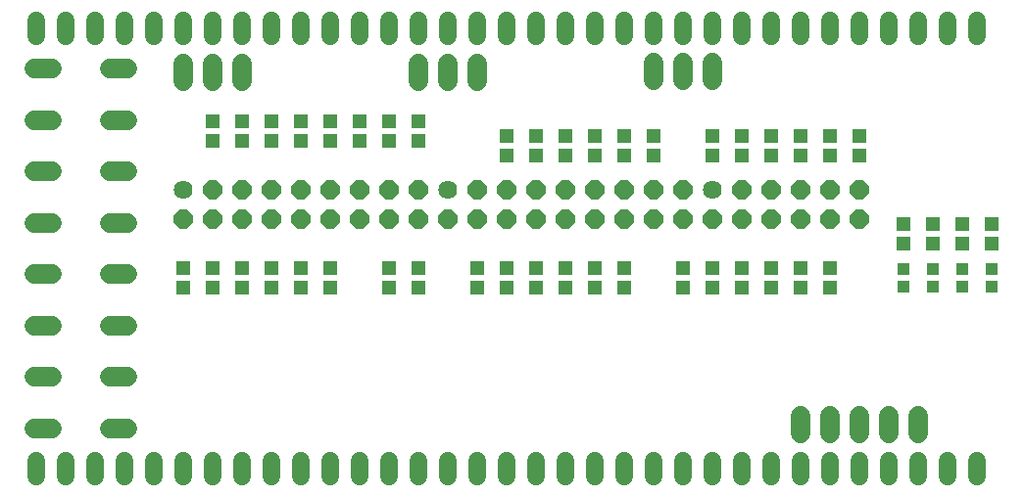
<source format=gts>
G75*
%MOIN*%
%OFA0B0*%
%FSLAX25Y25*%
%IPPOS*%
%LPD*%
%AMOC8*
5,1,8,0,0,1.08239X$1,22.5*
%
%ADD10C,0.06000*%
%ADD11C,0.06400*%
%ADD12OC8,0.06400*%
%ADD13R,0.05131X0.04737*%
%ADD14C,0.06800*%
%ADD15R,0.03950X0.03950*%
%ADD16R,0.05052X0.04934*%
D10*
X0017200Y0014600D02*
X0017200Y0019800D01*
X0027200Y0019800D02*
X0027200Y0014600D01*
X0037200Y0014600D02*
X0037200Y0019800D01*
X0047200Y0019800D02*
X0047200Y0014600D01*
X0057200Y0014600D02*
X0057200Y0019800D01*
X0067200Y0019800D02*
X0067200Y0014600D01*
X0077200Y0014600D02*
X0077200Y0019800D01*
X0087200Y0019800D02*
X0087200Y0014600D01*
X0097200Y0014600D02*
X0097200Y0019800D01*
X0107200Y0019800D02*
X0107200Y0014600D01*
X0117200Y0014600D02*
X0117200Y0019800D01*
X0127200Y0019800D02*
X0127200Y0014600D01*
X0137200Y0014600D02*
X0137200Y0019800D01*
X0147200Y0019800D02*
X0147200Y0014600D01*
X0157200Y0014600D02*
X0157200Y0019800D01*
X0167200Y0019800D02*
X0167200Y0014600D01*
X0177200Y0014600D02*
X0177200Y0019800D01*
X0187200Y0019800D02*
X0187200Y0014600D01*
X0197200Y0014600D02*
X0197200Y0019800D01*
X0207200Y0019800D02*
X0207200Y0014600D01*
X0217200Y0014600D02*
X0217200Y0019800D01*
X0227200Y0019800D02*
X0227200Y0014600D01*
X0237200Y0014600D02*
X0237200Y0019800D01*
X0247200Y0019800D02*
X0247200Y0014600D01*
X0257200Y0014600D02*
X0257200Y0019800D01*
X0267200Y0019800D02*
X0267200Y0014600D01*
X0277200Y0014600D02*
X0277200Y0019800D01*
X0287200Y0019800D02*
X0287200Y0014600D01*
X0297200Y0014600D02*
X0297200Y0019800D01*
X0307200Y0019800D02*
X0307200Y0014600D01*
X0317200Y0014600D02*
X0317200Y0019800D01*
X0327200Y0019800D02*
X0327200Y0014600D01*
X0337200Y0014600D02*
X0337200Y0019800D01*
X0337200Y0164600D02*
X0337200Y0169800D01*
X0327200Y0169800D02*
X0327200Y0164600D01*
X0317200Y0164600D02*
X0317200Y0169800D01*
X0307200Y0169800D02*
X0307200Y0164600D01*
X0297200Y0164600D02*
X0297200Y0169800D01*
X0287200Y0169800D02*
X0287200Y0164600D01*
X0277200Y0164600D02*
X0277200Y0169800D01*
X0267200Y0169800D02*
X0267200Y0164600D01*
X0257200Y0164600D02*
X0257200Y0169800D01*
X0247200Y0169800D02*
X0247200Y0164600D01*
X0237200Y0164600D02*
X0237200Y0169800D01*
X0227200Y0169800D02*
X0227200Y0164600D01*
X0217200Y0164600D02*
X0217200Y0169800D01*
X0207200Y0169800D02*
X0207200Y0164600D01*
X0197200Y0164600D02*
X0197200Y0169800D01*
X0187200Y0169800D02*
X0187200Y0164600D01*
X0177200Y0164600D02*
X0177200Y0169800D01*
X0167200Y0169800D02*
X0167200Y0164600D01*
X0157200Y0164600D02*
X0157200Y0169800D01*
X0147200Y0169800D02*
X0147200Y0164600D01*
X0137200Y0164600D02*
X0137200Y0169800D01*
X0127200Y0169800D02*
X0127200Y0164600D01*
X0117200Y0164600D02*
X0117200Y0169800D01*
X0107200Y0169800D02*
X0107200Y0164600D01*
X0097200Y0164600D02*
X0097200Y0169800D01*
X0087200Y0169800D02*
X0087200Y0164600D01*
X0077200Y0164600D02*
X0077200Y0169800D01*
X0067200Y0169800D02*
X0067200Y0164600D01*
X0057200Y0164600D02*
X0057200Y0169800D01*
X0047200Y0169800D02*
X0047200Y0164600D01*
X0037200Y0164600D02*
X0037200Y0169800D01*
X0027200Y0169800D02*
X0027200Y0164600D01*
X0017200Y0164600D02*
X0017200Y0169800D01*
D11*
X0067200Y0112200D03*
X0157200Y0112200D03*
X0247200Y0112200D03*
D12*
X0237200Y0112200D03*
X0227200Y0112200D03*
X0217200Y0112200D03*
X0207200Y0112200D03*
X0197200Y0112200D03*
X0187200Y0112200D03*
X0177200Y0112200D03*
X0167200Y0112200D03*
X0167200Y0102200D03*
X0157200Y0102200D03*
X0147200Y0102200D03*
X0137200Y0102200D03*
X0127200Y0102200D03*
X0117200Y0102200D03*
X0107200Y0102200D03*
X0097200Y0102200D03*
X0087200Y0102200D03*
X0077200Y0102200D03*
X0067200Y0102200D03*
X0077200Y0112200D03*
X0087200Y0112200D03*
X0097200Y0112200D03*
X0107200Y0112200D03*
X0117200Y0112200D03*
X0127200Y0112200D03*
X0137200Y0112200D03*
X0147200Y0112200D03*
X0177200Y0102200D03*
X0187200Y0102200D03*
X0197200Y0102200D03*
X0207200Y0102200D03*
X0217200Y0102200D03*
X0227200Y0102200D03*
X0237200Y0102200D03*
X0247200Y0102200D03*
X0257200Y0102200D03*
X0267200Y0102200D03*
X0277200Y0102200D03*
X0287200Y0102200D03*
X0297200Y0102200D03*
X0297200Y0112200D03*
X0287200Y0112200D03*
X0277200Y0112200D03*
X0267200Y0112200D03*
X0257200Y0112200D03*
D13*
X0257200Y0123854D03*
X0257200Y0130546D03*
X0247200Y0130546D03*
X0247200Y0123854D03*
X0227200Y0123854D03*
X0227200Y0130546D03*
X0217200Y0130546D03*
X0217200Y0123854D03*
X0207200Y0123854D03*
X0207200Y0130546D03*
X0197200Y0130546D03*
X0197200Y0123854D03*
X0187200Y0123854D03*
X0177200Y0123854D03*
X0177200Y0130546D03*
X0187200Y0130546D03*
X0147200Y0128854D03*
X0137200Y0128854D03*
X0127200Y0128854D03*
X0117200Y0128854D03*
X0107200Y0128854D03*
X0097200Y0128854D03*
X0087200Y0128854D03*
X0077200Y0128854D03*
X0077200Y0135546D03*
X0087200Y0135546D03*
X0097200Y0135546D03*
X0107200Y0135546D03*
X0117200Y0135546D03*
X0127200Y0135546D03*
X0137200Y0135546D03*
X0147200Y0135546D03*
X0147200Y0085546D03*
X0147200Y0078854D03*
X0137200Y0078854D03*
X0137200Y0085546D03*
X0117200Y0085546D03*
X0117200Y0078854D03*
X0107200Y0078854D03*
X0107200Y0085546D03*
X0097200Y0085546D03*
X0097200Y0078854D03*
X0087200Y0078854D03*
X0087200Y0085546D03*
X0187200Y0085546D03*
X0187200Y0078854D03*
X0197200Y0078854D03*
X0197200Y0085546D03*
X0207200Y0085546D03*
X0207200Y0078854D03*
X0217200Y0078854D03*
X0217200Y0085546D03*
X0257200Y0085546D03*
X0257200Y0078854D03*
X0267200Y0078854D03*
X0267200Y0085546D03*
X0277200Y0085546D03*
X0277200Y0078854D03*
X0287200Y0078854D03*
X0287200Y0085546D03*
X0312200Y0093854D03*
X0322200Y0093854D03*
X0322200Y0100546D03*
X0312200Y0100546D03*
X0332200Y0100546D03*
X0332200Y0093854D03*
X0342200Y0093854D03*
X0342200Y0100546D03*
X0297200Y0123854D03*
X0287200Y0123854D03*
X0287200Y0130546D03*
X0297200Y0130546D03*
X0277200Y0130546D03*
X0277200Y0123854D03*
X0267200Y0123854D03*
X0267200Y0130546D03*
D14*
X0247200Y0149700D02*
X0247200Y0155700D01*
X0237200Y0155700D02*
X0237200Y0149700D01*
X0227200Y0149700D02*
X0227200Y0155700D01*
X0167200Y0155200D02*
X0167200Y0149200D01*
X0157200Y0149200D02*
X0157200Y0155200D01*
X0147200Y0155200D02*
X0147200Y0149200D01*
X0087200Y0149200D02*
X0087200Y0155200D01*
X0077200Y0155200D02*
X0077200Y0149200D01*
X0067200Y0149200D02*
X0067200Y0155200D01*
X0048000Y0153600D02*
X0042000Y0153600D01*
X0022400Y0153600D02*
X0016400Y0153600D01*
X0016400Y0135800D02*
X0022400Y0135800D01*
X0042000Y0135800D02*
X0048000Y0135800D01*
X0048000Y0118600D02*
X0042000Y0118600D01*
X0022400Y0118600D02*
X0016400Y0118600D01*
X0016400Y0100800D02*
X0022400Y0100800D01*
X0042000Y0100800D02*
X0048000Y0100800D01*
X0048000Y0083600D02*
X0042000Y0083600D01*
X0022400Y0083600D02*
X0016400Y0083600D01*
X0016400Y0065800D02*
X0022400Y0065800D01*
X0042000Y0065800D02*
X0048000Y0065800D01*
X0048000Y0048600D02*
X0042000Y0048600D01*
X0022400Y0048600D02*
X0016400Y0048600D01*
X0016400Y0030800D02*
X0022400Y0030800D01*
X0042000Y0030800D02*
X0048000Y0030800D01*
X0277200Y0029200D02*
X0277200Y0035200D01*
X0287200Y0035200D02*
X0287200Y0029200D01*
X0297200Y0029200D02*
X0297200Y0035200D01*
X0307200Y0035200D02*
X0307200Y0029200D01*
X0317200Y0029200D02*
X0317200Y0035200D01*
D15*
X0312200Y0079247D03*
X0322200Y0079247D03*
X0322200Y0085153D03*
X0312200Y0085153D03*
X0332200Y0085153D03*
X0332200Y0079247D03*
X0342200Y0079247D03*
X0342200Y0085153D03*
D16*
X0247200Y0085645D03*
X0247200Y0078755D03*
X0237200Y0078755D03*
X0237200Y0085645D03*
X0177200Y0085645D03*
X0177200Y0078755D03*
X0167200Y0078755D03*
X0167200Y0085645D03*
X0077200Y0085645D03*
X0077200Y0078755D03*
X0067200Y0078755D03*
X0067200Y0085645D03*
M02*

</source>
